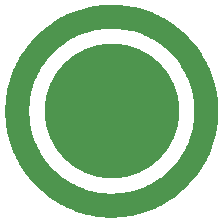
<source format=gbs>
G75*
%MOIN*%
%OFA0B0*%
%FSLAX24Y24*%
%IPPOS*%
%LPD*%
%AMOC8*
5,1,8,0,0,1.08239X$1,22.5*
%
%ADD10C,0.4500*%
%ADD11C,0.0800*%
%ADD12R,0.0330X0.0330*%
%ADD13C,0.0440*%
D10*
X003875Y003875D03*
D11*
X000725Y003875D02*
X000727Y003987D01*
X000733Y004098D01*
X000743Y004210D01*
X000757Y004321D01*
X000774Y004431D01*
X000796Y004541D01*
X000822Y004650D01*
X000851Y004758D01*
X000884Y004864D01*
X000921Y004970D01*
X000962Y005074D01*
X001007Y005177D01*
X001055Y005278D01*
X001106Y005377D01*
X001161Y005474D01*
X001220Y005569D01*
X001281Y005663D01*
X001346Y005754D01*
X001415Y005842D01*
X001486Y005928D01*
X001560Y006012D01*
X001638Y006092D01*
X001718Y006170D01*
X001801Y006246D01*
X001886Y006318D01*
X001974Y006387D01*
X002064Y006453D01*
X002157Y006515D01*
X002252Y006575D01*
X002349Y006631D01*
X002447Y006683D01*
X002548Y006732D01*
X002650Y006777D01*
X002754Y006819D01*
X002859Y006857D01*
X002966Y006891D01*
X003073Y006921D01*
X003182Y006948D01*
X003291Y006970D01*
X003402Y006989D01*
X003512Y007004D01*
X003624Y007015D01*
X003735Y007022D01*
X003847Y007025D01*
X003959Y007024D01*
X004071Y007019D01*
X004182Y007010D01*
X004293Y006997D01*
X004404Y006980D01*
X004514Y006960D01*
X004623Y006935D01*
X004731Y006907D01*
X004838Y006874D01*
X004944Y006838D01*
X005048Y006798D01*
X005151Y006755D01*
X005253Y006708D01*
X005352Y006657D01*
X005450Y006603D01*
X005546Y006545D01*
X005640Y006484D01*
X005731Y006420D01*
X005820Y006353D01*
X005907Y006282D01*
X005991Y006208D01*
X006073Y006132D01*
X006151Y006052D01*
X006227Y005970D01*
X006300Y005885D01*
X006370Y005798D01*
X006436Y005708D01*
X006500Y005616D01*
X006560Y005522D01*
X006617Y005426D01*
X006670Y005327D01*
X006720Y005227D01*
X006766Y005126D01*
X006809Y005022D01*
X006848Y004917D01*
X006883Y004811D01*
X006914Y004704D01*
X006942Y004595D01*
X006965Y004486D01*
X006985Y004376D01*
X007001Y004265D01*
X007013Y004154D01*
X007021Y004043D01*
X007025Y003931D01*
X007025Y003819D01*
X007021Y003707D01*
X007013Y003596D01*
X007001Y003485D01*
X006985Y003374D01*
X006965Y003264D01*
X006942Y003155D01*
X006914Y003046D01*
X006883Y002939D01*
X006848Y002833D01*
X006809Y002728D01*
X006766Y002624D01*
X006720Y002523D01*
X006670Y002423D01*
X006617Y002324D01*
X006560Y002228D01*
X006500Y002134D01*
X006436Y002042D01*
X006370Y001952D01*
X006300Y001865D01*
X006227Y001780D01*
X006151Y001698D01*
X006073Y001618D01*
X005991Y001542D01*
X005907Y001468D01*
X005820Y001397D01*
X005731Y001330D01*
X005640Y001266D01*
X005546Y001205D01*
X005450Y001147D01*
X005352Y001093D01*
X005253Y001042D01*
X005151Y000995D01*
X005048Y000952D01*
X004944Y000912D01*
X004838Y000876D01*
X004731Y000843D01*
X004623Y000815D01*
X004514Y000790D01*
X004404Y000770D01*
X004293Y000753D01*
X004182Y000740D01*
X004071Y000731D01*
X003959Y000726D01*
X003847Y000725D01*
X003735Y000728D01*
X003624Y000735D01*
X003512Y000746D01*
X003402Y000761D01*
X003291Y000780D01*
X003182Y000802D01*
X003073Y000829D01*
X002966Y000859D01*
X002859Y000893D01*
X002754Y000931D01*
X002650Y000973D01*
X002548Y001018D01*
X002447Y001067D01*
X002349Y001119D01*
X002252Y001175D01*
X002157Y001235D01*
X002064Y001297D01*
X001974Y001363D01*
X001886Y001432D01*
X001801Y001504D01*
X001718Y001580D01*
X001638Y001658D01*
X001560Y001738D01*
X001486Y001822D01*
X001415Y001908D01*
X001346Y001996D01*
X001281Y002087D01*
X001220Y002181D01*
X001161Y002276D01*
X001106Y002373D01*
X001055Y002472D01*
X001007Y002573D01*
X000962Y002676D01*
X000921Y002780D01*
X000884Y002886D01*
X000851Y002992D01*
X000822Y003100D01*
X000796Y003209D01*
X000774Y003319D01*
X000757Y003429D01*
X000743Y003540D01*
X000733Y003652D01*
X000727Y003763D01*
X000725Y003875D01*
D12*
X000875Y003875D03*
X001875Y003875D03*
D13*
X002375Y003625D03*
X000875Y004125D03*
M02*

</source>
